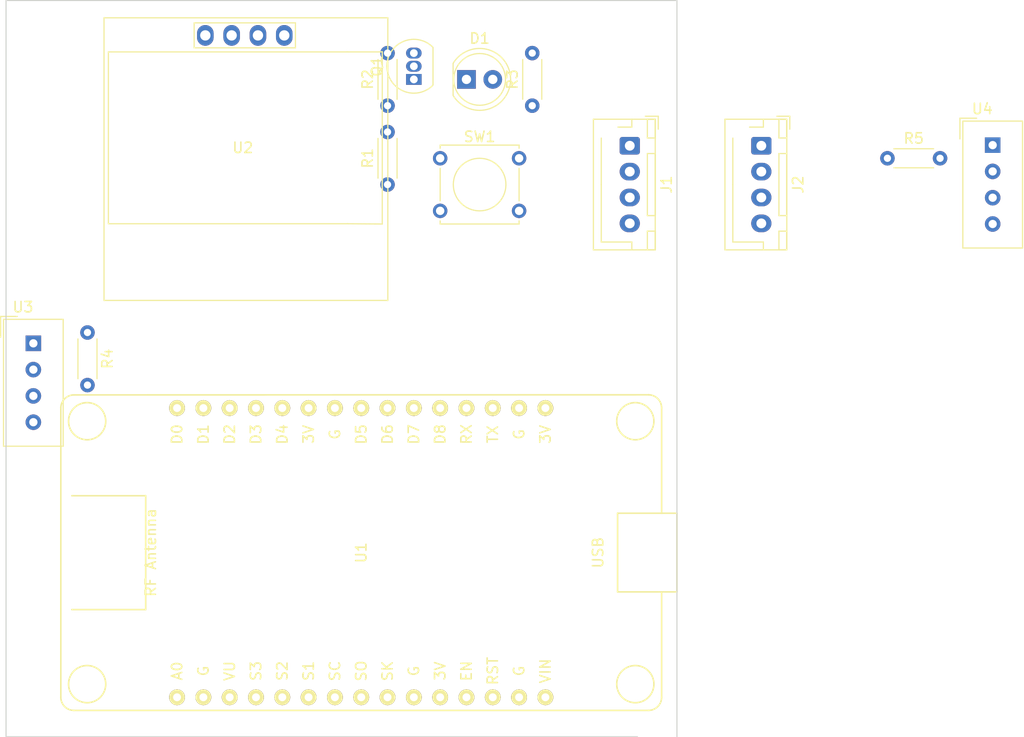
<source format=kicad_pcb>
(kicad_pcb (version 20211014) (generator pcbnew)
  (layers (0 "F.Cu" signal) (31 "B.Cu" signal) (34 "B.Paste" user) (35 "F.Paste" user) (36 "B.SilkS" user "B.Silkscreen") (37 "F.SilkS" user "F.Silkscreen") (38 "B.Mask" user) (39 "F.Mask" user) (44 "Edge.Cuts" user))
  (net 0 "")
  (net 1 "Net-(D1-Pad1)")
  (net 2 "Net-(D1-Pad2)")
  (net 3 "+3V3")
  (net 4 "/dht_outside")
  (net 5 "/spare_pin")
  (net 6 "GND")
  (net 8 "Net-(Q1-Pad2)")
  (net 9 "/led_green")
  (net 10 "/dht_inside")
  (net 11 "/button")
  (net 27 "/sda")
  (net 28 "/scl")
  (footprint "Resistor_THT:R_Axial_DIN0204_L3.6mm_D1.6mm_P5.08mm_Horizontal" (layer "F.Cu") (at 162.8025 56.2025 -90)
    (fp_text reference "R4" (at 2.54 -1.92 90) (layer "F.SilkS"))
    (fp_text value "1k")
    (fp_line (start 0.62 -0.92) (end 4.46 -0.92) (layer "F.SilkS") (width 0.12))
    (fp_line (start 0.62 0.92) (end 4.46 0.92) (layer "F.SilkS") (width 0.12))
    (pad "1" thru_hole circle (at 0 0 270) (size 1.4 1.4) (drill 0.7) (layers *.Cu *.Mask) (net 3 "+3V3"))
    (pad "2" thru_hole oval (at 5.08 0 270) (size 1.4 1.4) (drill 0.7) (layers *.Cu *.Mask) (net 10 "/dht_inside"))
  )
  (footprint "LED_THT:LED_D5.0mm" (layer "F.Cu") (at 199.39 31.75)
    (fp_text reference "D1" (at 1.27 -3.96) (layer "F.SilkS"))
    (fp_text value "green")
    (fp_line (start -1.29 -1.545) (end -1.29 1.545) (layer "F.SilkS") (width 0.12))
    (fp_arc (start -1.29 -1.54483) (mid 2.072002 -2.880433) (end 4.26 0.000462) (layer "F.SilkS") (width 0.12))
    (fp_arc (start 4.26 -0.000462) (mid 2.072002 2.880433) (end -1.29 1.54483) (layer "F.SilkS") (width 0.12))
    (fp_circle (center 1.27 0) (end 3.77 0) (layer "F.SilkS") (width 0.12) (fill none))
    (pad "1" thru_hole rect (at 0 0) (size 1.8 1.8) (drill 0.9) (layers *.Cu *.Mask) (net 1 "Net-(D1-Pad1)"))
    (pad "2" thru_hole circle (at 2.54 0) (size 1.8 1.8) (drill 0.9) (layers *.Cu *.Mask) (net 2 "Net-(D1-Pad2)"))
  )
  (footprint "Resistor_THT:R_Axial_DIN0204_L3.6mm_D1.6mm_P5.08mm_Horizontal" (layer "F.Cu") (at 191.77 34.29 90)
    (fp_text reference "R2" (at 2.54 -1.92 90) (layer "F.SilkS"))
    (fp_text value "47k")
    (fp_line (start 0.62 0.92) (end 4.46 0.92) (layer "F.SilkS") (width 0.12))
    (fp_line (start 0.62 -0.92) (end 4.46 -0.92) (layer "F.SilkS") (width 0.12))
    (pad "1" thru_hole circle (at 0 0 90) (size 1.4 1.4) (drill 0.7) (layers *.Cu *.Mask) (net 8 "Net-(Q1-Pad2)"))
    (pad "2" thru_hole oval (at 5.08 0 90) (size 1.4 1.4) (drill 0.7) (layers *.Cu *.Mask) (net 6 "GND"))
  )
  (footprint "Resistor_THT:R_Axial_DIN0204_L3.6mm_D1.6mm_P5.08mm_Horizontal" (layer "F.Cu") (at 240.03 39.37)
    (fp_text reference "R5" (at 2.54 -1.92) (layer "F.SilkS"))
    (fp_text value "1k")
    (fp_line (start 0.62 -0.92) (end 4.46 -0.92) (layer "F.SilkS") (width 0.12))
    (fp_line (start 0.62 0.92) (end 4.46 0.92) (layer "F.SilkS") (width 0.12))
    (pad "1" thru_hole circle (at 0 0) (size 1.4 1.4) (drill 0.7) (layers *.Cu *.Mask) (net 3 "+3V3"))
    (pad "2" thru_hole oval (at 5.08 0) (size 1.4 1.4) (drill 0.7) (layers *.Cu *.Mask) (net 4 "/dht_outside"))
  )
  (footprint "Sensor:Aosong_DHT11_5.5x12.0_P2.54mm" (layer "F.Cu") (at 157.5775 57.2475)
    (fp_text reference "U3" (at -1 -3.5) (layer "F.SilkS"))
    (fp_text value "DHT22")
    (fp_line (start -3.16 -2.6) (end -1.55 -2.6) (layer "F.SilkS") (width 0.12))
    (fp_line (start 2.88 -2.32) (end 2.88 9.94) (layer "F.SilkS") (width 0.12))
    (fp_line (start -2.88 9.94) (end -2.88 -2.31) (layer "F.SilkS") (width 0.12))
    (fp_line (start -3.16 -2.6) (end -3.16 -0.6) (layer "F.SilkS") (width 0.12))
    (fp_line (start 2.88 9.94) (end -2.88 9.94) (layer "F.SilkS") (width 0.12))
    (fp_line (start -2.87 -2.32) (end 2.87 -2.32) (layer "F.SilkS") (width 0.12))
    (pad "1" thru_hole rect (at 0 0) (size 1.5 1.5) (drill 0.8) (layers *.Cu *.Mask) (net 3 "+3V3"))
    (pad "2" thru_hole circle (at 0 2.54) (size 1.5 1.5) (drill 0.8) (layers *.Cu *.Mask) (net 10 "/dht_inside"))
    (pad "3" thru_hole circle (at 0 5.08) (size 1.5 1.5) (drill 0.8) (layers *.Cu *.Mask))
    (pad "4" thru_hole circle (at 0 7.62) (size 1.5 1.5) (drill 0.8) (layers *.Cu *.Mask) (net 6 "GND"))
  )
  (footprint "g7_hmi:display_i2c_1inch3" (layer "F.Cu") (at 177.8 38.1)
    (fp_text reference "U2" (at 0 0.254) (layer "F.SilkS"))
    (fp_text value "display_i2c_1inch3")
    (fp_line (start 10.122 -9.005) (end 13.208 -9.005) (layer "F.SilkS") (width 0.12))
    (fp_line (start -4.699 -11.811) (end -4.699 -9.398) (layer "F.SilkS") (width 0.12))
    (fp_line (start -12.978 -9.005) (end 10.122 -9.005) (layer "F.SilkS") (width 0.12))
    (fp_line (start 10.122 7.595) (end 13.462 7.62) (layer "F.SilkS") (width 0.12))
    (fp_line (start 5.08 -9.398) (end -4.699 -9.398) (layer "F.SilkS") (width 0.12))
    (fp_line (start -13.4 15) (end -13.4 -12.3) (layer "F.SilkS") (width 0.12))
    (fp_line (start -4.699 -11.811) (end 5.08 -11.811) (layer "F.SilkS") (width 0.12))
    (fp_line (start -12.978 7.595) (end -12.978 -9.005) (layer "F.SilkS") (width 0.12))
    (fp_line (start 13.462 7.62) (end 13.462 -9.017) (layer "F.SilkS") (width 0.12))
    (fp_line (start 10.122 7.595) (end -12.978 7.595) (layer "F.SilkS") (width 0.12))
    (fp_line (start 13.462 -9.017) (end 13.208 -9.005) (layer "F.SilkS") (width 0.12))
    (fp_line (start -13.4 -12.3) (end 14 -12.3) (layer "F.SilkS") (width 0.12))
    (fp_line (start 14 15) (end -13.4 15) (layer "F.SilkS") (width 0.12))
    (fp_line (start 5.08 -11.811) (end 5.08 -9.398) (layer "F.SilkS") (width 0.12))
    (fp_line (start 14 -12.3) (end 14 15) (layer "F.SilkS") (width 0.12))
    (pad "1" thru_hole oval locked (at -3.62 -10.6 90) (size 2 1.6) (drill 1) (layers *.Cu *.Mask) (net 3 "+3V3"))
    (pad "2" thru_hole oval locked (at -1.08 -10.6 90) (size 2 1.6) (drill 1) (layers *.Cu *.Mask) (net 6 "GND"))
    (pad "3" thru_hole oval locked (at 1.46 -10.6 90) (size 2 1.6) (drill 1) (layers *.Cu *.Mask) (net 28 "/scl"))
    (pad "4" thru_hole oval locked (at 4 -10.6 90) (size 2 1.6) (drill 1) (layers *.Cu *.Mask) (net 27 "/sda"))
  )
  (footprint "Package_TO_SOT_THT:TO-92_Inline" (layer "F.Cu") (at 194.31 31.75 90)
    (fp_text reference "Q1" (at 1.27 -3.56 90) (layer "F.SilkS"))
    (fp_text value "BS170")
    (fp_line (start -0.53 1.85) (end 3.07 1.85) (layer "F.SilkS") (width 0.12))
    (fp_arc (start 1.27 -2.6) (mid 3.672087 -0.994977) (end 3.108478 1.838478) (layer "F.SilkS") (width 0.12))
    (fp_arc (start -0.568478 1.838478) (mid -1.132087 -0.994977) (end 1.27 -2.6) (layer "F.SilkS") (width 0.12))
    (pad "1" thru_hole rect (at 0 0 90) (size 1.05 1.5) (drill 0.75) (layers *.Cu *.Mask) (net 1 "Net-(D1-Pad1)"))
    (pad "2" thru_hole oval (at 1.27 0 90) (size 1.05 1.5) (drill 0.75) (layers *.Cu *.Mask) (net 8 "Net-(Q1-Pad2)"))
    (pad "3" thru_hole oval (at 2.54 0 90) (size 1.05 1.5) (drill 0.75) (layers *.Cu *.Mask) (net 6 "GND"))
  )
  (footprint "Connector_JST:JST_XH_B4B-XH-AM_1x04_P2.50mm_Vertical" (layer "F.Cu") (at 227.855 38.16 -90)
    (fp_text reference "J2" (at 3.75 -3.55 90) (layer "F.SilkS"))
    (fp_text value "Conn_01x04")
    (fp_line (start 10.06 3.51) (end 10.06 -2.46) (layer "F.SilkS") (width 0.12))
    (fp_line (start 10.05 -2.45) (end 8.25 -2.45) (layer "F.SilkS") (width 0.12))
    (fp_line (start -2.56 -2.46) (end -2.56 3.51) (layer "F.SilkS") (width 0.12))
    (fp_line (start 10.05 -1.7) (end 10.05 -2.45) (layer "F.SilkS") (width 0.12))
    (fp_line (start 0.75 -1.7) (end 6.75 -1.7) (layer "F.SilkS") (width 0.12))
    (fp_line (start 6.75 -2.45) (end 0.75 -2.45) (layer "F.SilkS") (width 0.12))
    (fp_line (start -1.6 -2.75) (end -2.85 -2.75) (layer "F.SilkS") (width 0.12))
    (fp_line (start -1.8 -0.2) (end -1.8 1.14) (layer "F.SilkS") (width 0.12))
    (fp_line (start -2.55 -2.45) (end -2.55 -1.7) (layer "F.SilkS") (width 0.12))
    (fp_line (start 9.3 -0.2) (end 9.3 2.75) (layer "F.SilkS") (width 0.12))
    (fp_line (start 3.75 2.75) (end -0.74 2.75) (layer "F.SilkS") (width 0.12))
    (fp_line (start -0.75 -1.7) (end -0.75 -2.45) (layer "F.SilkS") (width 0.12))
    (fp_line (start 10.05 -0.2) (end 9.3 -0.2) (layer "F.SilkS") (width 0.12))
    (fp_line (start 0.75 -2.45) (end 0.75 -1.7) (layer "F.SilkS") (width 0.12))
    (fp_line (start -2.85 -2.75) (end -2.85 -1.5) (layer "F.SilkS") (width 0.12))
    (fp_line (start -2.55 -0.2) (end -1.8 -0.2) (layer "F.SilkS") (width 0.12))
    (fp_line (start 6.75 -1.7) (end 6.75 -2.45) (layer "F.SilkS") (width 0.12))
    (fp_line (start 8.25 -1.7) (end 10.05 -1.7) (layer "F.SilkS") (width 0.12))
    (fp_line (start -2.55 -1.7) (end -0.75 -1.7) (layer "F.SilkS") (width 0.12))
    (fp_line (start 8.25 -2.45) (end 8.25 -1.7) (layer "F.SilkS") (width 0.12))
    (fp_line (start -0.75 -2.45) (end -2.55 -2.45) (layer "F.SilkS") (width 0.12))
    (fp_line (start 10.06 -2.46) (end -2.56 -2.46) (layer "F.SilkS") (width 0.12))
    (fp_line (start 9.3 2.75) (end 3.75 2.75) (layer "F.SilkS") (width 0.12))
    (fp_line (start -2.56 3.51) (end 10.06 3.51) (layer "F.SilkS") (width 0.12))
    (pad "" np_thru_hole circle (at -1.6 2 270) (size 1.2 1.2) (drill 1.2) (layers *.Cu *.Mask))
    (pad "1" thru_hole roundrect (at 0 0 270) (size 1.7 1.95) (drill 0.95) (layers *.Cu *.Mask) (roundrect_rratio 0.147059) (net 3 "+3V3"))
    (pad "2" thru_hole oval (at 2.5 0 270) (size 1.7 1.95) (drill 0.95) (layers *.Cu *.Mask) (net 4 "/dht_outside"))
    (pad "3" thru_hole oval (at 5 0 270) (size 1.7 1.95) (drill 0.95) (layers *.Cu *.Mask))
    (pad "4" thru_hole oval (at 7.5 0 270) (size 1.7 1.95) (drill 0.95) (layers *.Cu *.Mask) (net 6 "GND"))
  )
  (footprint "Resistor_THT:R_Axial_DIN0204_L3.6mm_D1.6mm_P5.08mm_Horizontal" (layer "F.Cu") (at 205.74 34.29 90)
    (fp_text reference "R3" (at 2.54 -1.92 90) (layer "F.SilkS"))
    (fp_text value "100")
    (fp_line (start 0.62 -0.92) (end 4.46 -0.92) (layer "F.SilkS") (width 0.12))
    (fp_line (start 0.62 0.92) (end 4.46 0.92) (layer "F.SilkS") (width 0.12))
    (pad "1" thru_hole circle (at 0 0 90) (size 1.4 1.4) (drill 0.7) (layers *.Cu *.Mask) (net 3 "+3V3"))
    (pad "2" thru_hole oval (at 5.08 0 90) (size 1.4 1.4) (drill 0.7) (layers *.Cu *.Mask) (net 2 "Net-(D1-Pad2)"))
  )
  (footprint "Button_Switch_THT:SW_Tactile_Straight_KSA0Axx1LFTR" (layer "F.Cu") (at 196.85 39.37)
    (fp_text reference "SW1" (at 3.81 -2.08) (layer "F.SilkS"))
    (fp_text value "SW_Push")
    (fp_line (start 0 -1.27) (end 0 -0.97) (layer "F.SilkS") (width 0.12))
    (fp_line (start 7.62 6.05) (end 7.62 6.35) (layer "F.SilkS") (width 0.12))
    (fp_line (start 7.62 -1.27) (end 7.62 -0.97) (layer "F.SilkS") (width 0.12))
    (fp_line (start 7.62 6.35) (end 0 6.35) (layer "F.SilkS") (width 0.12))
    (fp_line (start 0 -1.27) (end 7.62 -1.27) (layer "F.SilkS") (width 0.12))
    (fp_line (start 0 6.05) (end 0 6.35) (layer "F.SilkS") (width 0.12))
    (fp_line (start 7.62 0.97) (end 7.62 4.11) (layer "F.SilkS") (width 0.12))
    (fp_line (start 0 0.97) (end 0 4.11) (layer "F.SilkS") (width 0.12))
    (fp_circle (center 3.81 2.54) (end 3.81 0) (layer "F.SilkS") (width 0.12) (fill none))
    (pad "1" thru_hole circle (at 0 0) (size 1.397 1.397) (drill 0.8128) (layers *.Cu *.Mask) (net 11 "/button"))
    (pad "1" thru_hole circle (at 7.62 0) (size 1.397 1.397) (drill 0.8128) (layers *.Cu *.Mask) (net 11 "/button"))
    (pad "2" thru_hole circle (at 0 5.08) (size 1.397 1.397) (drill 0.8128) (layers *.Cu *.Mask) (net 11 "/button"))
    (pad "2" thru_hole circle (at 7.62 5.08) (size 1.397 1.397) (drill 0.8128) (layers *.Cu *.Mask) (net 11 "/button"))
  )
  (footprint "Connector_JST:JST_XH_B4B-XH-AM_1x04_P2.50mm_Vertical" (layer "F.Cu") (at 215.155 38.16 -90)
    (fp_text reference "J1" (at 3.75 -3.55 90) (layer "F.SilkS"))
    (fp_text value "Conn_01x04")
    (fp_line (start 0.75 -2.45) (end 0.75 -1.7) (layer "F.SilkS") (width 0.12))
    (fp_line (start -0.75 -2.45) (end -2.55 -2.45) (layer "F.SilkS") (width 0.12))
    (fp_line (start -2.85 -2.75) (end -2.85 -1.5) (layer "F.SilkS") (width 0.12))
    (fp_line (start 3.75 2.75) (end -0.74 2.75) (layer "F.SilkS") (width 0.12))
    (fp_line (start -1.8 -0.2) (end -1.8 1.14) (layer "F.SilkS") (width 0.12))
    (fp_line (start -2.56 3.51) (end 10.06 3.51) (layer "F.SilkS") (width 0.12))
    (fp_line (start 10.05 -1.7) (end 10.05 -2.45) (layer "F.SilkS") (width 0.12))
    (fp_line (start -2.55 -2.45) (end -2.55 -1.7) (layer "F.SilkS") (width 0.12))
    (fp_line (start 0.75 -1.7) (end 6.75 -1.7) (layer "F.SilkS") (width 0.12))
    (fp_line (start -1.6 -2.75) (end -2.85 -2.75) (layer "F.SilkS") (width 0.12))
    (fp_line (start 9.3 2.75) (end 3.75 2.75) (layer "F.SilkS") (width 0.12))
    (fp_line (start -2.55 -0.2) (end -1.8 -0.2) (layer "F.SilkS") (width 0.12))
    (fp_line (start -2.56 -2.46) (end -2.56 3.51) (layer "F.SilkS") (width 0.12))
    (fp_line (start 10.05 -2.45) (end 8.25 -2.45) (layer "F.SilkS") (width 0.12))
    (fp_line (start 6.75 -1.7) (end 6.75 -2.45) (layer "F.SilkS") (width 0.12))
    (fp_line (start 8.25 -2.45) (end 8.25 -1.7) (layer "F.SilkS") (width 0.12))
    (fp_line (start -2.55 -1.7) (end -0.75 -1.7) (layer "F.SilkS") (width 0.12))
    (fp_line (start 10.05 -0.2) (end 9.3 -0.2) (layer "F.SilkS") (width 0.12))
    (fp_line (start -0.75 -1.7) (end -0.75 -2.45) (layer "F.SilkS") (width 0.12))
    (fp_line (start 9.3 -0.2) (end 9.3 2.75) (layer "F.SilkS") (width 0.12))
    (fp_line (start 8.25 -1.7) (end 10.05 -1.7) (layer "F.SilkS") (width 0.12))
    (fp_line (start 10.06 -2.46) (end -2.56 -2.46) (layer "F.SilkS") (width 0.12))
    (fp_line (start 6.75 -2.45) (end 0.75 -2.45) (layer "F.SilkS") (width 0.12))
    (fp_line (start 10.06 3.51) (end 10.06 -2.46) (layer "F.SilkS") (width 0.12))
    (pad "" np_thru_hole circle (at -1.6 2 270) (size 1.2 1.2) (drill 1.2) (layers *.Cu *.Mask))
    (pad "1" thru_hole roundrect (at 0 0 270) (size 1.7 1.95) (drill 0.95) (layers *.Cu *.Mask) (roundrect_rratio 0.147059) (net 3 "+3V3"))
    (pad "2" thru_hole oval (at 2.5 0 270) (size 1.7 1.95) (drill 0.95) (layers *.Cu *.Mask) (net 4 "/dht_outside"))
    (pad "3" thru_hole oval (at 5 0 270) (size 1.7 1.95) (drill 0.95) (layers *.Cu *.Mask) (net 5 "/spare_pin"))
    (pad "4" thru_hole oval (at 7.5 0 270) (size 1.7 1.95) (drill 0.95) (layers *.Cu *.Mask) (net 6 "GND"))
  )
  (footprint "Resistor_THT:R_Axial_DIN0204_L3.6mm_D1.6mm_P5.08mm_Horizontal" (layer "F.Cu") (at 191.77 41.91 90)
    (fp_text reference "R1" (at 2.54 -1.92 90) (layer "F.SilkS"))
    (fp_text value "1k")
    (fp_line (start 0.62 -0.92) (end 4.46 -0.92) (layer "F.SilkS") (width 0.12))
    (fp_line (start 0.62 0.92) (end 4.46 0.92) (layer "F.SilkS") (width 0.12))
    (pad "1" thru_hole circle (at 0 0 90) (size 1.4 1.4) (drill 0.7) (layers *.Cu *.Mask) (net 9 "/led_green"))
    (pad "2" thru_hole oval (at 5.08 0 90) (size 1.4 1.4) (drill 0.7) (layers *.Cu *.Mask) (net 8 "Net-(Q1-Pad2)"))
  )
  (footprint "Sensor:Aosong_DHT11_5.5x12.0_P2.54mm" (layer "F.Cu") (at 250.19 38.1)
    (fp_text reference "U4" (at -1 -3.5) (layer "F.SilkS"))
    (fp_text value "DHT22")
    (fp_line (start -3.16 -2.6) (end -1.55 -2.6) (layer "F.SilkS") (width 0.12))
    (fp_line (start 2.88 9.94) (end -2.88 9.94) (layer "F.SilkS") (width 0.12))
    (fp_line (start 2.88 -2.32) (end 2.88 9.94) (layer "F.SilkS") (width 0.12))
    (fp_line (start -3.16 -2.6) (end -3.16 -0.6) (layer "F.SilkS") (width 0.12))
    (fp_line (start -2.88 9.94) (end -2.88 -2.31) (layer "F.SilkS") (width 0.12))
    (fp_line (start -2.87 -2.32) (end 2.87 -2.32) (layer "F.SilkS") (width 0.12))
    (pad "1" thru_hole rect (at 0 0) (size 1.5 1.5) (drill 0.8) (layers *.Cu *.Mask) (net 3 "+3V3"))
    (pad "2" thru_hole circle (at 0 2.54) (size 1.5 1.5) (drill 0.8) (layers *.Cu *.Mask) (net 4 "/dht_outside"))
    (pad "3" thru_hole circle (at 0 5.08) (size 1.5 1.5) (drill 0.8) (layers *.Cu *.Mask))
    (pad "4" thru_hole circle (at 0 7.62) (size 1.5 1.5) (drill 0.8) (layers *.Cu *.Mask) (net 6 "GND"))
  )
  (footprint "g7_modules:NodeMCU1.0(12-E)" (layer "F.Cu") (at 189.23 77.47 90)
    (fp_text reference "U1" (at 0 0 90) (layer "F.SilkS"))
    (fp_text value "NodeMCU1.0(ESP-12E)")
    (fp_text user "D8" (at 11.43 7.62 90) (layer "F.SilkS"))
    (fp_text user "VIN" (at -11.43 17.78 90) (layer "F.SilkS"))
    (fp_text user "SO" (at -11.43 0 90) (layer "F.SilkS"))
    (fp_text user "RST" (at -11.43 12.7 90) (layer "F.SilkS"))
    (fp_text user "G" (at 11.43 -2.54 90) (layer "F.SilkS"))
    (fp_text user "SC" (at -11.43 -2.54 90) (layer "F.SilkS"))
    (fp_text user "A0" (at -11.43 -17.78 90) (layer "F.SilkS"))
    (fp_text user "RX" (at 11.43 10.16 90) (layer "F.SilkS"))
    (fp_text user "S3" (at -11.43 -10.16 90) (layer "F.SilkS"))
    (fp_text user "USB" (at 0 22.86 90) (layer "F.SilkS"))
    (fp_text user "3V" (at -11.43 7.62 90) (layer "F.SilkS"))
    (fp_text user "S1" (at -11.43 -5.08 90) (layer "F.SilkS"))
    (fp_text user "D7" (at 11.43 5.08 90) (layer "F.SilkS"))
    (fp_text user "TX" (at 11.43 12.7 90) (layer "F.SilkS"))
    (fp_text user "VU" (at -11.43 -12.7 90) (layer "F.SilkS"))
    (fp_text user "RF Antenna" (at 0 -20.32 90) (layer "F.SilkS"))
    (fp_text user "G" (at 11.43 15.24 90) (layer "F.SilkS"))
    (fp_text user "S2" (at -11.43 -7.62 90) (layer "F.SilkS"))
    (fp_text user "3V" (at 11.43 17.78 90) (layer "F.SilkS"))
    (fp_text user "EN" (at -11.43 10.16 90) (layer "F.SilkS"))
    (fp_text user "SK" (at -11.43 2.54 90) (layer "F.SilkS"))
    (fp_text user "D0" (at 11.43 -17.78 90) (layer "F.SilkS"))
    (fp_text user "G" (at -11.43 5.08 90) (layer "F.SilkS"))
    (fp_text user "D2" (at 11.43 -12.7 90) (layer "F.SilkS"))
    (fp_text user "D4" (at 11.43 -7.62 90) (layer "F.SilkS"))
    (fp_text user "D6" (at 11.43 2.54 90) (layer "F.SilkS"))
    (fp_text user "D5" (at 11.43 0 90) (layer "F.SilkS"))
    (fp_text user "3V" (at 11.43 -5.08 90) (layer "F.SilkS"))
    (fp_text user "D3" (at 11.43 -10.16 90) (layer "F.SilkS"))
    (fp_text user "G" (at -11.43 15.24 90) (layer "F.SilkS"))
    (fp_text user "G" (at -11.43 -15.24 90) (layer "F.SilkS"))
    (fp_text user "D1" (at 11.43 -15.24 90) (layer "F.SilkS"))
    (fp_line (start 13.98 29) (end 3.81 29) (layer "F.SilkS") (width 0.15))
    (fp_line (start -3.79 24.75) (end 3.81 24.75) (layer "F.SilkS") (width 0.15))
    (fp_line (start 5.5 -27.94) (end 5.5 -20.81) (layer "F.SilkS") (width 0.15))
    (fp_line (start -3.8 29) (end -13.97 29) (layer "F.SilkS") (width 0.15))
    (fp_line (start -15.24 -27.73) (end -15.24 27.73) (layer "F.SilkS") (width 0.15))
    (fp_line (start 5.5 -20.81) (end -5.5 -20.81) (layer "F.SilkS") (width 0.15))
    (fp_line (start 13.97 -29) (end -13.97 -29) (layer "F.SilkS") (width 0.15))
    (fp_line (start 15.24 -27.73) (end 15.25 27.73) (layer "F.SilkS") (width 0.15))
    (fp_line (start 3.81 30.48) (end -3.79 30.48) (layer "F.SilkS") (width 0.15))
    (fp_line (start -3.79 30.48) (end -3.79 24.75) (layer "F.SilkS") (width 0.15))
    (fp_line (start 3.81 24.75) (end 3.81 30.48) (layer "F.SilkS") (width 0.15))
    (fp_line (start -5.5 -20.81) (end -5.5 -27.94) (layer "F.SilkS") (width 0.15))
    (fp_arc (start -15.24 -27.73) (mid -14.868026 -28.628026) (end -13.97 -29) (layer "F.SilkS") (width 0.15))
    (fp_arc (start -13.97 29) (mid -14.868026 28.628026) (end -15.24 27.73) (layer "F.SilkS") (width 0.15))
    (fp_arc (start 13.97 -29) (mid 14.868026 -28.628026) (end 15.24 -27.73) (layer "F.SilkS") (width 0.15))
    (fp_arc (start 15.25 27.73) (mid 14.878026 28.628026) (end 13.98 29) (layer "F.SilkS") (width 0.15))
    (fp_circle (center -12.7 -26.46) (end -10.903949 -26.46) (layer "F.SilkS") (width 0.15) (fill none))
    (fp_circle (center 12.7 -26.46) (end 14.496051 -26.46) (layer "F.SilkS") (width 0.15) (fill none))
    (fp_circle (center 12.7 26.46) (end 14.496051 26.46) (layer "F.SilkS") (width 0.15) (fill none))
    (fp_circle (center -12.7 26.46) (end -10.903949 26.46) (layer "F.SilkS") (width 0.15) (fill none))
    (pad "1" thru_hole circle (at -13.97 -17.78 90) (size 1.524 1.524) (drill 0.762) (layers *.Cu *.Mask "F.SilkS"))
    (pad "2" thru_hole circle (at -13.97 -15.24 90) (size 1.524 1.524) (drill 0.762) (layers *.Cu *.Mask "F.SilkS"))
    (pad "3" thru_hole circle (at -13.97 -12.7 90) (size 1.524 1.524) (drill 0.762) (layers *.Cu *.Mask "F.SilkS"))
    (pad "4" thru_hole circle (at -13.97 -10.16 90) (size 1.524 1.524) (drill 0.762) (layers *.Cu *.Mask "F.SilkS"))
    (pad "5" thru_hole circle (at -13.97 -7.62 90) (size 1.524 1.524) (drill 0.762) (layers *.Cu *.Mask "F.SilkS"))
    (pad "6" thru_hole circle (at -13.97 -5.08 90) (size 1.524 1.524) (drill 0.762) (layers *.Cu *.Mask "F.SilkS"))
    (pad "7" thru_hole circle (at -13.97 -2.54 90) (size 1.524 1.524) (drill 0.762) (layers *.Cu *.Mask "F.SilkS"))
    (pad "8" thru_hole circle (at -13.97 0 90) (size 1.524 1.524) (drill 0.762) (layers *.Cu *.Mask "F.SilkS"))
    (pad "9" thru_hole circle (at -13.97 2.54 90) (size 1.524 1.524) (drill 0.762) (layers *.Cu *.Mask "F.SilkS"))
    (pad "10" thru_hole circle (at -13.97 5.08 90) (size 1.524 1.524) (drill 0.762) (layers *.Cu *.Mask "F.SilkS") (net 6 "GND"))
    (pad "11" thru_hole circle (at -13.97 7.62 90) (size 1.524 1.524) (drill 0.762) (layers *.Cu *.Mask "F.SilkS") (net 3 "+3V3"))
    (pad "12" thru_hole circle (at -13.97 10.16 90) (size 1.524 1.524) (drill 0.762) (layers *.Cu *.Mask "F.SilkS"))
    (pad "13" thru_hole circle (at -13.97 12.7 90) (size 1.524 1.524) (drill 0.762) (layers *.Cu *.Mask "F.SilkS"))
    (pad "14" thru_hole circle (at -13.97 15.24 90) (size 1.524 1.524) (drill 0.762) (layers *.Cu *.Mask "F.SilkS") (net 6 "GND"))
    (pad "15" thru_hole circle (at -13.97 17.78 90) (size 1.524 1.524) (drill 0.762) (layers *.Cu *.Mask "F.SilkS"))
    (pad "16" thru_hole circle (at 13.97 17.78 90) (size 1.524 1.524) (drill 0.762) (layers *.Cu *.Mask "F.SilkS") (net 3 "+3V3"))
    (pad "17" thru_hole circle (at 13.97 15.24 90) (size 1.524 1.524) (drill 0.762) (layers *.Cu *.Mask "F.SilkS") (net 6 "GND"))
    (pad "18" thru_hole circle (at 13.97 12.7 90) (size 1.524 1.524) (drill 0.762) (layers *.Cu *.Mask "F.SilkS"))
    (pad "19" thru_hole circle (at 13.97 10.16 90) (size 1.524 1.524) (drill 0.762) (layers *.Cu *.Mask "F.SilkS"))
    (pad "20" thru_hole circle (at 13.97 7.62 90) (size 1.524 1.524) (drill 0.762) (layers *.Cu *.Mask "F.SilkS") (net 9 "/led_green"))
    (pad "21" thru_hole circle (at 13.97 5.08 90) (size 1.524 1.524) (drill 0.762) (layers *.Cu *.Mask "F.SilkS") (net 11 "/button"))
    (pad "22" thru_hole circle (at 13.97 2.54 90) (size 1.524 1.524) (drill 0.762) (layers *.Cu *.Mask "F.SilkS") (net 4 "/dht_outside"))
    (pad "23" thru_hole circle (at 13.97 0 90) (size 1.524 1.524) (drill 0.762) (layers *.Cu *.Mask "F.SilkS") (net 10 "/dht_inside"))
    (pad "24" thru_hole circle (at 13.97 -2.54 90) (size 1.524 1.524) (drill 0.762) (layers *.Cu *.Mask "F.SilkS") (net 6 "GND"))
    (pad "25" thru_hole circle (at 13.97 -5.08 90) (size 1.524 1.524) (drill 0.762) (layers *.Cu *.Mask "F.SilkS") (net 3 "+3V3"))
    (pad "26" thru_hole circle (at 13.97 -7.62 90) (size 1.524 1.524) (drill 0.762) (layers *.Cu *.Mask "F.SilkS"))
    (pad "27" thru_hole circle (at 13.97 -10.16 90) (size 1.524 1.524) (drill 0.762) (layers *.Cu *.Mask "F.SilkS") (net 5 "/spare_pin"))
    (pad "28" thru_hole circle (at 13.97 -12.7 90) (size 1.524 1.524) (drill 0.762) (layers *.Cu *.Mask "F.SilkS") (net 27 "/sda"))
    (pad "29" thru_hole circle (at 13.97 -15.24 90) (size 1.524 1.524) (drill 0.762) (layers *.Cu *.Mask "F.SilkS") (net 28 "/scl"))
    (pad "30" thru_hole circle (at 13.97 -17.78 90) (size 1.524 1.524) (drill 0.762) (layers *.Cu *.Mask "F.SilkS"))
  )
  (gr_line (start 154.94 95.25) (end 215.9 95.25) (layer "Edge.Cuts") (width 0.1))
  (gr_line (start 154.94 24.13) (end 154.94 95.25) (layer "Edge.Cuts") (width 0.1))
  (gr_line (start 219.71 24.13) (end 154.94 24.13) (layer "Edge.Cuts") (width 0.1))
  (gr_line (start 219.71 95.25) (end 219.71 24.13) (layer "Edge.Cuts") (width 0.1))
)
</source>
